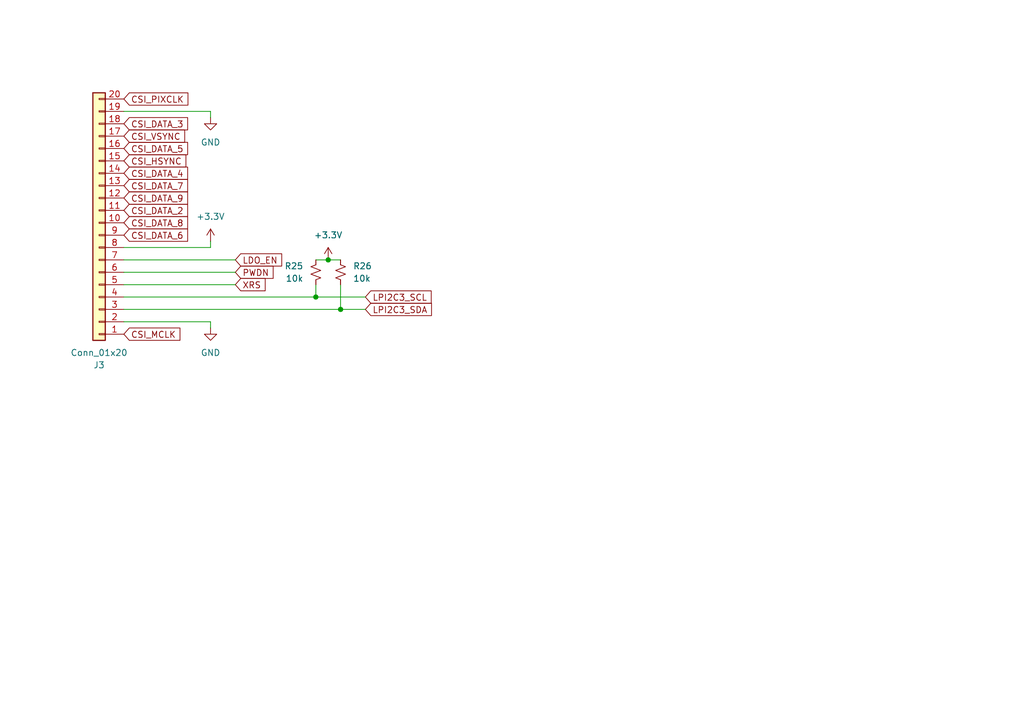
<source format=kicad_sch>
(kicad_sch (version 20250114) (generator "eeschema") (generator_version "9.0")
  (paper "A5")
  (title_block (title "Payload Board for Pleiades Atlas") (rev "v0.2") (company "Northeastern University") (comment 1 "Designed by Madhav Kapa"))
  (lib_symbols
    (symbol "Connector_Generic:Conn_01x20" (pin_names (offset 1.016) (hide yes))
      (property "Reference" "J" (at 0 25.4 0))
      (property "Value" "Conn_01x20" (at 0 -27.94 0))
      (symbol "Conn_01x20_1_1"
        (rectangle (start -1.27 24.13) (end 1.27 -26.67) (stroke (width 0.254)) (fill (type background)))
        (rectangle (start -1.27 22.987) (end 0 22.733) (stroke (width 0.1524)))
        (rectangle (start -1.27 20.447) (end 0 20.193) (stroke (width 0.1524)))
        (rectangle (start -1.27 17.907) (end 0 17.653) (stroke (width 0.1524)))
        (rectangle (start -1.27 15.367) (end 0 15.113) (stroke (width 0.1524)))
        (rectangle (start -1.27 12.827) (end 0 12.573) (stroke (width 0.1524)))
        (rectangle (start -1.27 10.287) (end 0 10.033) (stroke (width 0.1524)))
        (rectangle (start -1.27 7.747) (end 0 7.493) (stroke (width 0.1524)))
        (rectangle (start -1.27 5.207) (end 0 4.953) (stroke (width 0.1524)))
        (rectangle (start -1.27 2.667) (end 0 2.413) (stroke (width 0.1524)))
        (rectangle (start -1.27 0.127) (end 0 -0.127) (stroke (width 0.1524)))
        (rectangle (start -1.27 -2.413) (end 0 -2.667) (stroke (width 0.1524)))
        (rectangle (start -1.27 -4.953) (end 0 -5.207) (stroke (width 0.1524)))
        (rectangle (start -1.27 -7.493) (end 0 -7.747) (stroke (width 0.1524)))
        (rectangle (start -1.27 -10.033) (end 0 -10.287) (stroke (width 0.1524)))
        (rectangle (start -1.27 -12.573) (end 0 -12.827) (stroke (width 0.1524)))
        (rectangle (start -1.27 -15.113) (end 0 -15.367) (stroke (width 0.1524)))
        (rectangle (start -1.27 -17.653) (end 0 -17.907) (stroke (width 0.1524)))
        (rectangle (start -1.27 -20.193) (end 0 -20.447) (stroke (width 0.1524)))
        (rectangle (start -1.27 -22.733) (end 0 -22.987) (stroke (width 0.1524)))
        (rectangle (start -1.27 -25.273) (end 0 -25.527) (stroke (width 0.1524)))
        (pin passive line (at -5.08 22.86 0) (length 3.81) (name "Pin_1") (number "1"))
        (pin passive line (at -5.08 20.32 0) (length 3.81) (name "Pin_2") (number "2"))
        (pin passive line (at -5.08 17.78 0) (length 3.81) (name "Pin_3") (number "3"))
        (pin passive line (at -5.08 15.24 0) (length 3.81) (name "Pin_4") (number "4"))
        (pin passive line (at -5.08 12.7 0) (length 3.81) (name "Pin_5") (number "5"))
        (pin passive line (at -5.08 10.16 0) (length 3.81) (name "Pin_6") (number "6"))
        (pin passive line (at -5.08 7.62 0) (length 3.81) (name "Pin_7") (number "7"))
        (pin passive line (at -5.08 5.08 0) (length 3.81) (name "Pin_8") (number "8"))
        (pin passive line (at -5.08 2.54 0) (length 3.81) (name "Pin_9") (number "9"))
        (pin passive line (at -5.08 0 0) (length 3.81) (name "Pin_10") (number "10"))
        (pin passive line (at -5.08 -2.54 0) (length 3.81) (name "Pin_11") (number "11"))
        (pin passive line (at -5.08 -5.08 0) (length 3.81) (name "Pin_12") (number "12"))
        (pin passive line (at -5.08 -7.62 0) (length 3.81) (name "Pin_13") (number "13"))
        (pin passive line (at -5.08 -10.16 0) (length 3.81) (name "Pin_14") (number "14"))
        (pin passive line (at -5.08 -12.7 0) (length 3.81) (name "Pin_15") (number "15"))
        (pin passive line (at -5.08 -15.24 0) (length 3.81) (name "Pin_16") (number "16"))
        (pin passive line (at -5.08 -17.78 0) (length 3.81) (name "Pin_17") (number "17"))
        (pin passive line (at -5.08 -20.32 0) (length 3.81) (name "Pin_18") (number "18"))
        (pin passive line (at -5.08 -22.86 0) (length 3.81) (name "Pin_19") (number "19"))
        (pin passive line (at -5.08 -25.4 0) (length 3.81) (name "Pin_20") (number "20"))
      )
    )
    (symbol "Device:R_Small_US" (pin_numbers (hide yes)) (pin_names (offset 0.254) (hide yes))
      (property "Reference" "R" (at 0.762 0.508 0))
      (property "Value" "R_Small_US" (at 0.762 -1.016 0))
      (symbol "R_Small_US_1_1"
        (polyline (pts (xy 0 1.524) (xy 1.016 1.143) (xy 0 0.762) (xy -1.016 0.381) (xy 0 0)))
        (polyline (pts (xy 0 0) (xy 1.016 -0.381) (xy 0 -0.762) (xy -1.016 -1.143) (xy 0 -1.524)))
        (pin passive line (at 0 2.54 270) (length 1.016) (name "~") (number "1"))
        (pin passive line (at 0 -2.54 90) (length 1.016) (name "~") (number "2"))
      )
    )
    (symbol "power:+3.3V" (power) (pin_numbers (hide yes)) (pin_names (offset 0) (hide yes))
      (property "Value" "+3.3V" (at 0 3.556 0))
      (symbol "+3.3V_0_1"
        (polyline (pts (xy -0.762 1.27) (xy 0 2.54)))
        (polyline (pts (xy 0 2.54) (xy 0.762 1.27)))
        (polyline (pts (xy 0 0) (xy 0 2.54)))
      )
      (symbol "+3.3V_1_1"
        (pin power_in line (at 0 0 90) (length 0) (name "~") (number "1"))
      )
    )
    (symbol "power:GND" (power) (pin_numbers (hide yes)) (pin_names (offset 0) (hide yes))
      (property "Value" "GND" (at 0 -3.81 0))
      (symbol "GND_0_1"
        (polyline (pts (xy 0 0) (xy 0 -1.27) (xy 1.27 -1.27) (xy 0 -2.54) (xy -1.27 -1.27) (xy 0 -1.27)))
      )
      (symbol "GND_1_1"
        (pin power_in line (at 0 0 270) (length 0) (name "~") (number "1"))
      )
    )
  )
  (junction (at 64.77 60.96))
  (junction (at 69.85 63.5))
  (junction (at 67.31 53.34))
  (wire (pts (xy 64.77 53.34) (xy 67.31 53.34)))
  (wire (pts (xy 43.18 66.04) (xy 43.18 67.31)))
  (wire (pts (xy 25.4 22.86) (xy 43.18 22.86)))
  (wire (pts (xy 69.85 63.5) (xy 74.93 63.5)))
  (wire (pts (xy 64.77 58.42) (xy 64.77 60.96)))
  (wire (pts (xy 43.18 22.86) (xy 43.18 24.13)))
  (wire (pts (xy 74.93 60.96) (xy 64.77 60.96)))
  (wire (pts (xy 25.4 60.96) (xy 64.77 60.96)))
  (wire (pts (xy 25.4 55.88) (xy 48.26 55.88)))
  (wire (pts (xy 48.26 58.42) (xy 25.4 58.42)))
  (wire (pts (xy 25.4 66.04) (xy 43.18 66.04)))
  (wire (pts (xy 48.26 53.34) (xy 25.4 53.34)))
  (wire (pts (xy 25.4 63.5) (xy 69.85 63.5)))
  (wire (pts (xy 43.18 49.53) (xy 43.18 50.8)))
  (wire (pts (xy 69.85 58.42) (xy 69.85 63.5)))
  (wire (pts (xy 25.4 50.8) (xy 43.18 50.8)))
  (wire (pts (xy 69.85 53.34) (xy 67.31 53.34)))
  (global_label "CSI_MCLK" (shape input) (at 25.4 68.58 0) (property "Intersheetrefs" "${INTERSHEET_REFS}" (effects (hide yes))))
  (global_label "CSI_DATA_5" (shape input) (at 25.4 30.48 0) (property "Intersheetrefs" "${INTERSHEET_REFS}" (effects (hide yes))))
  (global_label "CSI_DATA_9" (shape input) (at 25.4 40.64 0) (property "Intersheetrefs" "${INTERSHEET_REFS}" (effects (hide yes))))
  (global_label "CSI_HSYNC" (shape input) (at 25.4 33.02 0) (property "Intersheetrefs" "${INTERSHEET_REFS}" (effects (hide yes))))
  (global_label "CSI_DATA_7" (shape input) (at 25.4 38.1 0) (property "Intersheetrefs" "${INTERSHEET_REFS}" (effects (hide yes))))
  (global_label "CSI_PIXCLK" (shape input) (at 25.4 20.32 0) (property "Intersheetrefs" "${INTERSHEET_REFS}" (effects (hide yes))))
  (global_label "CSI_DATA_3" (shape input) (at 25.4 25.4 0) (property "Intersheetrefs" "${INTERSHEET_REFS}" (effects (hide yes))))
  (global_label "CSI_DATA_2" (shape input) (at 25.4 43.18 0) (property "Intersheetrefs" "${INTERSHEET_REFS}" (effects (hide yes))))
  (global_label "LDO_EN" (shape input) (at 48.26 53.34 0) (property "Intersheetrefs" "${INTERSHEET_REFS}" (effects (hide yes))))
  (global_label "XRS" (shape input) (at 48.26 58.42 0) (property "Intersheetrefs" "${INTERSHEET_REFS}" (effects (hide yes))))
  (global_label "PWDN" (shape input) (at 48.26 55.88 0) (property "Intersheetrefs" "${INTERSHEET_REFS}" (effects (hide yes))))
  (global_label "CSI_DATA_6" (shape input) (at 25.4 48.26 0) (property "Intersheetrefs" "${INTERSHEET_REFS}" (effects (hide yes))))
  (global_label "LPI2C3_SDA" (shape input) (at 74.93 63.5 0) (property "Intersheetrefs" "${INTERSHEET_REFS}" (effects (hide yes))))
  (global_label "CSI_DATA_8" (shape input) (at 25.4 45.72 0) (property "Intersheetrefs" "${INTERSHEET_REFS}" (effects (hide yes))))
  (global_label "CSI_VSYNC" (shape input) (at 25.4 27.94 0) (property "Intersheetrefs" "${INTERSHEET_REFS}" (effects (hide yes))))
  (global_label "CSI_DATA_4" (shape input) (at 25.4 35.56 0) (property "Intersheetrefs" "${INTERSHEET_REFS}" (effects (hide yes))))
  (global_label "LPI2C3_SCL" (shape input) (at 74.93 60.96 0) (property "Intersheetrefs" "${INTERSHEET_REFS}" (effects (hide yes))))
  (symbol (lib_id "power:GND") (at 43.18 24.13 0) (unit 1)
    (property "Reference" "#PWR052" (effects (hide yes)))
    (property "Value" "GND" (at 43.18 29.21 0))
    (property "Description" "Power symbol creates a global label with name \"GND\" , ground" (effects (hide yes)))
  )
  (symbol (lib_id "power:+3.3V") (at 67.31 53.34 0) (unit 1)
    (property "Reference" "#PWR0101" (effects (hide yes)))
    (property "Value" "+3.3V" (at 67.31 48.26 0))
    (property "Description" "Power symbol creates a global label with name \"+3.3V\"" (effects (hide yes)))
  )
  (symbol (lib_id "power:+3.3V") (at 43.18 49.53 0) (unit 1)
    (property "Reference" "#PWR054" (effects (hide yes)))
    (property "Value" "+3.3V" (at 43.18 44.45 0))
    (property "Description" "Power symbol creates a global label with name \"+3.3V\"" (effects (hide yes)))
  )
  (symbol (lib_id "power:GND") (at 43.18 67.31 0) (unit 1)
    (property "Reference" "#PWR053" (effects (hide yes)))
    (property "Value" "GND" (at 43.18 72.39 0))
    (property "Description" "Power symbol creates a global label with name \"GND\" , ground" (effects (hide yes)))
  )
  (symbol (lib_id "Connector_Generic:Conn_01x20") (at 20.32 45.72 180) (unit 1)
    (property "Reference" "J3" (at 20.32 74.93 0))
    (property "Value" "Conn_01x20" (at 20.32 72.39 0))
    (property "Description" "Generic connector, single row, 01x20, script generated (kicad-library-utils/schlib/autogen/connector/)" (effects (hide yes)))
  )
  (symbol (lib_id "Device:R_Small_US") (at 64.77 55.88 0) (mirror y) (unit 1)
    (property "Reference" "R25" (at 62.23 54.6099 0) (effects (justify left)))
    (property "Value" "10k" (at 62.23 57.1499 0) (effects (justify left)))
    (property "Description" "Resistor, small US symbol" (effects (hide yes)))
  )
  (symbol (lib_id "Device:R_Small_US") (at 69.85 55.88 0) (unit 1)
    (property "Reference" "R26" (at 72.39 54.6099 0) (effects (justify left)))
    (property "Value" "10k" (at 72.39 57.1499 0) (effects (justify left)))
    (property "Description" "Resistor, small US symbol" (effects (hide yes)))
  )
)
</source>
